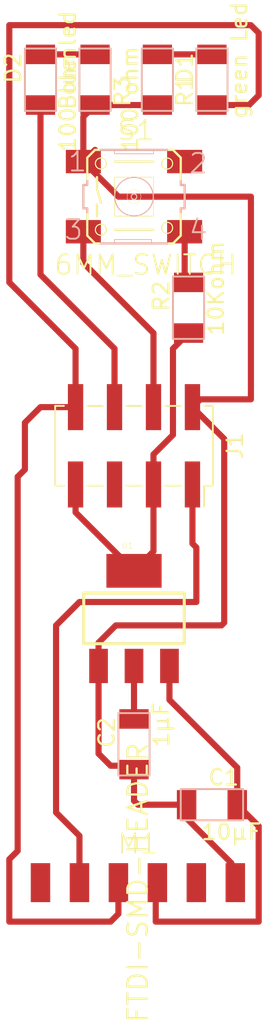
<source format=kicad_pcb>
(kicad_pcb (version 20171130) (host pcbnew "(5.1.9)-1")

  (general
    (thickness 1.6)
    (drawings 5)
    (tracks 80)
    (zones 0)
    (modules 11)
    (nets 15)
  )

  (page A4)
  (layers
    (0 F.Cu signal)
    (31 B.Cu signal)
    (32 B.Adhes user)
    (33 F.Adhes user)
    (34 B.Paste user)
    (35 F.Paste user)
    (36 B.SilkS user)
    (37 F.SilkS user)
    (38 B.Mask user)
    (39 F.Mask user)
    (40 Dwgs.User user)
    (41 Cmts.User user)
    (42 Eco1.User user)
    (43 Eco2.User user)
    (44 Edge.Cuts user)
    (45 Margin user)
    (46 B.CrtYd user)
    (47 F.CrtYd user)
    (48 B.Fab user)
    (49 F.Fab user)
  )

  (setup
    (last_trace_width 0.4)
    (trace_clearance 0.4)
    (zone_clearance 0.508)
    (zone_45_only no)
    (trace_min 0.4)
    (via_size 0.8)
    (via_drill 0.4)
    (via_min_size 0.4)
    (via_min_drill 0.3)
    (uvia_size 0.3)
    (uvia_drill 0.1)
    (uvias_allowed no)
    (uvia_min_size 0.2)
    (uvia_min_drill 0.1)
    (edge_width 0.05)
    (segment_width 0.2)
    (pcb_text_width 0.3)
    (pcb_text_size 1.5 1.5)
    (mod_edge_width 0.12)
    (mod_text_size 1 1)
    (mod_text_width 0.15)
    (pad_size 1.524 1.524)
    (pad_drill 0.762)
    (pad_to_mask_clearance 0)
    (aux_axis_origin 0 0)
    (visible_elements 7FFFFFFF)
    (pcbplotparams
      (layerselection 0x010fc_ffffffff)
      (usegerberextensions false)
      (usegerberattributes true)
      (usegerberadvancedattributes true)
      (creategerberjobfile true)
      (excludeedgelayer true)
      (linewidth 0.100000)
      (plotframeref false)
      (viasonmask false)
      (mode 1)
      (useauxorigin false)
      (hpglpennumber 1)
      (hpglpenspeed 20)
      (hpglpendiameter 15.000000)
      (psnegative false)
      (psa4output false)
      (plotreference true)
      (plotvalue true)
      (plotinvisibletext false)
      (padsonsilk false)
      (subtractmaskfromsilk false)
      (outputformat 1)
      (mirror false)
      (drillshape 1)
      (scaleselection 1)
      (outputdirectory ""))
  )

  (net 0 "")
  (net 1 VCC)
  (net 2 gnd)
  (net 3 ch_pd\en)
  (net 4 "Net-(D1-Pad2)")
  (net 5 GP0)
  (net 6 "Net-(D2-Pad2)")
  (net 7 TX-GP1)
  (net 8 "Net-(M1-Pad6)")
  (net 9 RX-GP3)
  (net 10 "Net-(M1-Pad2)")
  (net 11 "Net-(R2-Pad2)")
  (net 12 GP2)
  (net 13 "Net-(S1-Pad2)")
  (net 14 rst)

  (net_class Default "This is the default net class."
    (clearance 0.4)
    (trace_width 0.4)
    (via_dia 0.8)
    (via_drill 0.4)
    (uvia_dia 0.3)
    (uvia_drill 0.1)
    (add_net GP0)
    (add_net GP2)
    (add_net "Net-(D1-Pad2)")
    (add_net "Net-(D2-Pad2)")
    (add_net "Net-(M1-Pad2)")
    (add_net "Net-(M1-Pad6)")
    (add_net "Net-(R2-Pad2)")
    (add_net "Net-(S1-Pad2)")
    (add_net RX-GP3)
    (add_net TX-GP1)
    (add_net VCC)
    (add_net ch_pd\en)
    (add_net gnd)
    (add_net rst)
  )

  (module Connector_PinSocket_2.54mm:PinSocket_2x04_P2.54mm_Vertical_SMD (layer F.Cu) (tedit 5A19A42A) (tstamp 604ECD5B)
    (at 147.32 75.164 270)
    (descr "surface-mounted straight socket strip, 2x04, 2.54mm pitch, double cols (from Kicad 4.0.7), script generated")
    (tags "Surface mounted socket strip SMD 2x04 2.54mm double row")
    (path /604D2E3D)
    (attr smd)
    (fp_text reference J1 (at 0 -6.58 90) (layer F.SilkS)
      (effects (font (size 1 1) (thickness 0.15)))
    )
    (fp_text value Conn_02x04_Odd_Even (at 0 6.58 90) (layer F.Fab)
      (effects (font (size 1 1) (thickness 0.15)))
    )
    (fp_line (start -4.55 5.6) (end -4.55 -5.6) (layer F.CrtYd) (width 0.05))
    (fp_line (start 4.5 5.6) (end -4.55 5.6) (layer F.CrtYd) (width 0.05))
    (fp_line (start 4.5 -5.6) (end 4.5 5.6) (layer F.CrtYd) (width 0.05))
    (fp_line (start -4.55 -5.6) (end 4.5 -5.6) (layer F.CrtYd) (width 0.05))
    (fp_line (start 3.92 4.13) (end 2.54 4.13) (layer F.Fab) (width 0.1))
    (fp_line (start 3.92 3.49) (end 3.92 4.13) (layer F.Fab) (width 0.1))
    (fp_line (start 2.54 3.49) (end 3.92 3.49) (layer F.Fab) (width 0.1))
    (fp_line (start -3.92 4.13) (end -3.92 3.49) (layer F.Fab) (width 0.1))
    (fp_line (start -2.54 4.13) (end -3.92 4.13) (layer F.Fab) (width 0.1))
    (fp_line (start -3.92 3.49) (end -2.54 3.49) (layer F.Fab) (width 0.1))
    (fp_line (start 3.92 1.59) (end 2.54 1.59) (layer F.Fab) (width 0.1))
    (fp_line (start 3.92 0.95) (end 3.92 1.59) (layer F.Fab) (width 0.1))
    (fp_line (start 2.54 0.95) (end 3.92 0.95) (layer F.Fab) (width 0.1))
    (fp_line (start -3.92 1.59) (end -3.92 0.95) (layer F.Fab) (width 0.1))
    (fp_line (start -2.54 1.59) (end -3.92 1.59) (layer F.Fab) (width 0.1))
    (fp_line (start -3.92 0.95) (end -2.54 0.95) (layer F.Fab) (width 0.1))
    (fp_line (start 3.92 -0.95) (end 2.54 -0.95) (layer F.Fab) (width 0.1))
    (fp_line (start 3.92 -1.59) (end 3.92 -0.95) (layer F.Fab) (width 0.1))
    (fp_line (start 2.54 -1.59) (end 3.92 -1.59) (layer F.Fab) (width 0.1))
    (fp_line (start -3.92 -0.95) (end -3.92 -1.59) (layer F.Fab) (width 0.1))
    (fp_line (start -2.54 -0.95) (end -3.92 -0.95) (layer F.Fab) (width 0.1))
    (fp_line (start -3.92 -1.59) (end -2.54 -1.59) (layer F.Fab) (width 0.1))
    (fp_line (start 3.92 -3.49) (end 2.54 -3.49) (layer F.Fab) (width 0.1))
    (fp_line (start 3.92 -4.13) (end 3.92 -3.49) (layer F.Fab) (width 0.1))
    (fp_line (start 2.54 -4.13) (end 3.92 -4.13) (layer F.Fab) (width 0.1))
    (fp_line (start -3.92 -3.49) (end -3.92 -4.13) (layer F.Fab) (width 0.1))
    (fp_line (start -2.54 -3.49) (end -3.92 -3.49) (layer F.Fab) (width 0.1))
    (fp_line (start -3.92 -4.13) (end -2.54 -4.13) (layer F.Fab) (width 0.1))
    (fp_line (start -2.54 5.08) (end -2.54 -5.08) (layer F.Fab) (width 0.1))
    (fp_line (start 2.54 5.08) (end -2.54 5.08) (layer F.Fab) (width 0.1))
    (fp_line (start 2.54 -4.08) (end 2.54 5.08) (layer F.Fab) (width 0.1))
    (fp_line (start 1.54 -5.08) (end 2.54 -4.08) (layer F.Fab) (width 0.1))
    (fp_line (start -2.54 -5.08) (end 1.54 -5.08) (layer F.Fab) (width 0.1))
    (fp_line (start 2.6 -4.57) (end 3.96 -4.57) (layer F.SilkS) (width 0.12))
    (fp_line (start -2.6 4.57) (end -2.6 5.14) (layer F.SilkS) (width 0.12))
    (fp_line (start -2.6 2.03) (end -2.6 3.05) (layer F.SilkS) (width 0.12))
    (fp_line (start -2.6 -0.51) (end -2.6 0.51) (layer F.SilkS) (width 0.12))
    (fp_line (start -2.6 -3.05) (end -2.6 -2.03) (layer F.SilkS) (width 0.12))
    (fp_line (start -2.6 -5.14) (end -2.6 -4.57) (layer F.SilkS) (width 0.12))
    (fp_line (start -2.6 5.14) (end 2.6 5.14) (layer F.SilkS) (width 0.12))
    (fp_line (start 2.6 4.57) (end 2.6 5.14) (layer F.SilkS) (width 0.12))
    (fp_line (start 2.6 2.03) (end 2.6 3.05) (layer F.SilkS) (width 0.12))
    (fp_line (start 2.6 -0.51) (end 2.6 0.51) (layer F.SilkS) (width 0.12))
    (fp_line (start 2.6 -3.05) (end 2.6 -2.03) (layer F.SilkS) (width 0.12))
    (fp_line (start 2.6 -5.14) (end 2.6 -4.57) (layer F.SilkS) (width 0.12))
    (fp_line (start -2.6 -5.14) (end 2.6 -5.14) (layer F.SilkS) (width 0.12))
    (fp_text user %R (at 0 0) (layer F.Fab)
      (effects (font (size 1 1) (thickness 0.15)))
    )
    (pad 8 smd rect (at -2.52 3.81 270) (size 3 1) (layers F.Cu F.Paste F.Mask)
      (net 9 RX-GP3))
    (pad 7 smd rect (at 2.52 3.81 270) (size 3 1) (layers F.Cu F.Paste F.Mask)
      (net 3 ch_pd\en))
    (pad 6 smd rect (at -2.52 1.27 270) (size 3 1) (layers F.Cu F.Paste F.Mask)
      (net 5 GP0))
    (pad 5 smd rect (at 2.52 1.27 270) (size 3 1) (layers F.Cu F.Paste F.Mask)
      (net 14 rst))
    (pad 4 smd rect (at -2.52 -1.27 270) (size 3 1) (layers F.Cu F.Paste F.Mask)
      (net 12 GP2))
    (pad 3 smd rect (at 2.52 -1.27 270) (size 3 1) (layers F.Cu F.Paste F.Mask)
      (net 3 ch_pd\en))
    (pad 2 smd rect (at -2.52 -3.81 270) (size 3 1) (layers F.Cu F.Paste F.Mask)
      (net 2 gnd))
    (pad 1 smd rect (at 2.52 -3.81 270) (size 3 1) (layers F.Cu F.Paste F.Mask)
      (net 7 TX-GP1))
    (model ${KISYS3DMOD}/Connector_PinSocket_2.54mm.3dshapes/PinSocket_2x04_P2.54mm_Vertical_SMD.wrl
      (at (xyz 0 0 0))
      (scale (xyz 1 1 1))
      (rotate (xyz 0 0 0))
    )
  )

  (module fab:fab-SOT223 (layer F.Cu) (tedit 5E6F6C42) (tstamp 604E69BD)
    (at 147.32 86.411)
    (descr <b>SOT-223</b>)
    (path /604C66D6)
    (fp_text reference U1 (at -0.8255 -4.5085) (layer F.SilkS)
      (effects (font (size 0.38608 0.38608) (thickness 0.030886)) (justify left bottom))
    )
    (fp_text value VOLTAGE-REGULATOR-SOT223 (at -1.0795 0.1905) (layer F.Fab)
      (effects (font (size 0.38608 0.38608) (thickness 0.030886)) (justify left bottom))
    )
    (fp_poly (pts (xy 1.8796 3.6576) (xy 2.7432 3.6576) (xy 2.7432 1.8034) (xy 1.8796 1.8034)) (layer F.Fab) (width 0))
    (fp_poly (pts (xy -2.7432 3.6576) (xy -1.8796 3.6576) (xy -1.8796 1.8034) (xy -2.7432 1.8034)) (layer F.Fab) (width 0))
    (fp_poly (pts (xy -0.4318 3.6576) (xy 0.4318 3.6576) (xy 0.4318 1.8034) (xy -0.4318 1.8034)) (layer F.Fab) (width 0))
    (fp_poly (pts (xy -1.6002 -1.8034) (xy 1.6002 -1.8034) (xy 1.6002 -3.6576) (xy -1.6002 -3.6576)) (layer F.Fab) (width 0))
    (fp_poly (pts (xy 1.8796 3.6576) (xy 2.7432 3.6576) (xy 2.7432 1.8034) (xy 1.8796 1.8034)) (layer F.Fab) (width 0))
    (fp_poly (pts (xy -2.7432 3.6576) (xy -1.8796 3.6576) (xy -1.8796 1.8034) (xy -2.7432 1.8034)) (layer F.Fab) (width 0))
    (fp_poly (pts (xy -0.4318 3.6576) (xy 0.4318 3.6576) (xy 0.4318 1.8034) (xy -0.4318 1.8034)) (layer F.Fab) (width 0))
    (fp_poly (pts (xy -1.6002 -1.8034) (xy 1.6002 -1.8034) (xy 1.6002 -3.6576) (xy -1.6002 -3.6576)) (layer F.Fab) (width 0))
    (fp_line (start -3.2766 -1.651) (end 3.2766 -1.651) (layer F.SilkS) (width 0.2032))
    (fp_line (start -3.2766 1.651) (end -3.2766 -1.651) (layer F.SilkS) (width 0.2032))
    (fp_line (start 3.2766 1.651) (end -3.2766 1.651) (layer F.SilkS) (width 0.2032))
    (fp_line (start 3.2766 -1.651) (end 3.2766 1.651) (layer F.SilkS) (width 0.2032))
    (pad 2 smd rect (at 0 -3.099) (size 3.6 2.2) (layers F.Cu F.Paste F.Mask)
      (net 3 ch_pd\en) (solder_mask_margin 0.1016))
    (pad 3 smd rect (at 2.3114 3.0988) (size 1.2192 2.2352) (layers F.Cu F.Paste F.Mask)
      (net 1 VCC) (solder_mask_margin 0.1016))
    (pad 2 smd rect (at 0 3.0988) (size 1.2192 2.2352) (layers F.Cu F.Paste F.Mask)
      (net 3 ch_pd\en) (solder_mask_margin 0.1016))
    (pad 1 smd rect (at -2.3114 3.0988) (size 1.2192 2.2352) (layers F.Cu F.Paste F.Mask)
      (net 2 gnd) (solder_mask_margin 0.1016))
  )

  (module fab:fab-6MM_SWITCH (layer F.Cu) (tedit 200000) (tstamp 604E69A9)
    (at 147.32 58.928)
    (descr "OMRON SWITCH")
    (tags "OMRON SWITCH")
    (path /604C52E2)
    (attr smd)
    (fp_text reference S1 (at 0.127 -4.318) (layer F.SilkS)
      (effects (font (size 1.27 1.27) (thickness 0.127)))
    )
    (fp_text value 6MM_SWITCH (at 0.762 4.445) (layer F.SilkS)
      (effects (font (size 1.27 1.27) (thickness 0.127)))
    )
    (fp_circle (center 0 0) (end -0.127 0.127) (layer B.SilkS) (width 0.0762))
    (fp_circle (center 0 0) (end -0.3175 0.3175) (layer F.SilkS) (width 0.0254))
    (fp_circle (center -2.159 -2.159) (end -2.413 -2.413) (layer F.SilkS) (width 0.0762))
    (fp_circle (center 2.159 -2.159) (end 2.413 -2.413) (layer F.SilkS) (width 0.0762))
    (fp_circle (center 2.159 2.032) (end 2.413 2.286) (layer F.SilkS) (width 0.0762))
    (fp_circle (center -2.159 2.159) (end -2.413 2.413) (layer F.SilkS) (width 0.0762))
    (fp_circle (center 0 0) (end -0.889 0.889) (layer B.SilkS) (width 0.0762))
    (fp_line (start -2.413 -0.508) (end -2.159 0.381) (layer F.SilkS) (width 0.1524))
    (fp_line (start -2.413 0.508) (end -2.413 1.27) (layer F.SilkS) (width 0.1524))
    (fp_line (start -2.413 -1.27) (end -2.413 -0.508) (layer F.SilkS) (width 0.1524))
    (fp_line (start 1.27 -2.286) (end -1.27 -2.286) (layer F.SilkS) (width 0.1524))
    (fp_line (start -1.27 2.159) (end 1.27 2.159) (layer F.SilkS) (width 0.1524))
    (fp_line (start -3.048 -0.762) (end -3.048 -1.016) (layer B.SilkS) (width 0.1524))
    (fp_line (start -3.048 0.762) (end -3.048 1.016) (layer B.SilkS) (width 0.1524))
    (fp_line (start 3.048 -0.762) (end 3.048 -1.016) (layer B.SilkS) (width 0.1524))
    (fp_line (start 3.048 0.762) (end 3.048 1.016) (layer B.SilkS) (width 0.1524))
    (fp_line (start 1.143 3.048) (end 2.159 3.048) (layer B.SilkS) (width 0.1524))
    (fp_line (start -1.27 3.048) (end 1.143 3.048) (layer B.SilkS) (width 0.1524))
    (fp_line (start -1.27 -3.048) (end -2.159 -3.048) (layer B.SilkS) (width 0.1524))
    (fp_line (start 1.27 -3.048) (end -1.27 -3.048) (layer B.SilkS) (width 0.1524))
    (fp_line (start 2.159 -3.048) (end 1.27 -3.048) (layer B.SilkS) (width 0.1524))
    (fp_line (start 2.54 -3.048) (end 2.159 -3.048) (layer F.SilkS) (width 0.1524))
    (fp_line (start -2.54 -3.048) (end -2.159 -3.048) (layer F.SilkS) (width 0.1524))
    (fp_line (start -2.159 3.048) (end -1.27 3.048) (layer B.SilkS) (width 0.1524))
    (fp_line (start -2.54 3.048) (end -2.159 3.048) (layer F.SilkS) (width 0.1524))
    (fp_line (start 2.54 3.048) (end 2.159 3.048) (layer F.SilkS) (width 0.1524))
    (fp_line (start -1.27 2.794) (end -1.27 3.048) (layer B.SilkS) (width 0.0508))
    (fp_line (start 1.143 2.794) (end 1.143 3.048) (layer B.SilkS) (width 0.0508))
    (fp_line (start 1.143 2.794) (end -1.27 2.794) (layer B.SilkS) (width 0.0508))
    (fp_line (start 1.27 -2.794) (end 1.27 -3.048) (layer B.SilkS) (width 0.0508))
    (fp_line (start 1.27 -2.794) (end -1.27 -2.794) (layer B.SilkS) (width 0.0508))
    (fp_line (start -1.27 -3.048) (end -1.27 -2.794) (layer B.SilkS) (width 0.0508))
    (fp_line (start -1.27 -1.27) (end 1.27 -1.27) (layer F.SilkS) (width 0.0508))
    (fp_line (start 1.27 1.27) (end 1.27 -1.27) (layer F.SilkS) (width 0.0508))
    (fp_line (start 1.27 1.27) (end -1.27 1.27) (layer F.SilkS) (width 0.0508))
    (fp_line (start -1.27 -1.27) (end -1.27 1.27) (layer F.SilkS) (width 0.0508))
    (fp_line (start -3.048 2.54) (end -3.048 1.016) (layer F.SilkS) (width 0.1524))
    (fp_line (start -2.54 3.048) (end -3.048 2.54) (layer F.SilkS) (width 0.1524))
    (fp_line (start -3.048 -2.54) (end -3.048 -1.016) (layer F.SilkS) (width 0.1524))
    (fp_line (start -2.54 -3.048) (end -3.048 -2.54) (layer F.SilkS) (width 0.1524))
    (fp_line (start 3.048 2.54) (end 3.048 1.016) (layer F.SilkS) (width 0.1524))
    (fp_line (start 2.54 3.048) (end 3.048 2.54) (layer F.SilkS) (width 0.1524))
    (fp_line (start 3.048 -2.54) (end 2.54 -3.048) (layer F.SilkS) (width 0.1524))
    (fp_line (start -3.048 0.762) (end -3.302 0.762) (layer B.SilkS) (width 0.1524))
    (fp_line (start -3.302 -0.762) (end -3.302 0.762) (layer B.SilkS) (width 0.1524))
    (fp_line (start -3.302 -0.762) (end -3.048 -0.762) (layer B.SilkS) (width 0.1524))
    (fp_line (start 3.048 -1.016) (end 3.048 -2.54) (layer F.SilkS) (width 0.1524))
    (fp_line (start 3.048 -0.762) (end 3.302 -0.762) (layer B.SilkS) (width 0.1524))
    (fp_line (start 3.302 0.762) (end 3.302 -0.762) (layer B.SilkS) (width 0.1524))
    (fp_line (start 3.302 0.762) (end 3.048 0.762) (layer B.SilkS) (width 0.1524))
    (fp_text user 4 (at 4.191 2.159) (layer B.SilkS)
      (effects (font (size 1.27 1.27) (thickness 0.127)))
    )
    (fp_text user 3 (at -3.937 2.159) (layer B.SilkS)
      (effects (font (size 1.27 1.27) (thickness 0.127)))
    )
    (fp_text user 2 (at 4.191 -2.159) (layer B.SilkS)
      (effects (font (size 1.27 1.27) (thickness 0.127)))
    )
    (fp_text user 1 (at -3.683 -2.286) (layer B.SilkS)
      (effects (font (size 1.27 1.27) (thickness 0.127)))
    )
    (pad 4 smd rect (at 3.302 2.286) (size 2.286 1.524) (layers F.Cu F.Paste F.Mask)
      (net 11 "Net-(R2-Pad2)"))
    (pad 3 smd rect (at -3.302 2.286) (size 2.286 1.524) (layers F.Cu F.Paste F.Mask)
      (net 12 GP2))
    (pad 2 smd rect (at 3.302 -2.286) (size 2.286 1.524) (layers F.Cu F.Paste F.Mask)
      (net 13 "Net-(S1-Pad2)"))
    (pad 1 smd rect (at -3.302 -2.286) (size 2.286 1.524) (layers F.Cu F.Paste F.Mask)
      (net 2 gnd))
  )

  (module fab:fab-R1206FAB (layer F.Cu) (tedit 200000) (tstamp 604E696B)
    (at 144.78 51.308 270)
    (path /604F0567)
    (attr smd)
    (fp_text reference R3 (at 0.762 -1.778 90) (layer F.SilkS)
      (effects (font (size 1.016 1.016) (thickness 0.1524)))
    )
    (fp_text value "100 ohm" (at 1.27 1.778 90) (layer F.SilkS)
      (effects (font (size 1.016 1.016) (thickness 0.1524)))
    )
    (fp_line (start -2.032 1.016) (end -2.032 -1.016) (layer B.SilkS) (width 0.127))
    (fp_line (start 2.032 1.016) (end -2.032 1.016) (layer B.SilkS) (width 0.127))
    (fp_line (start 2.032 -1.016) (end 2.032 1.016) (layer B.SilkS) (width 0.127))
    (fp_line (start -2.032 -1.016) (end 2.032 -1.016) (layer B.SilkS) (width 0.127))
    (pad 2 smd rect (at 1.651 0 270) (size 1.27 1.905) (layers F.Cu F.Paste F.Mask)
      (net 2 gnd))
    (pad 1 smd rect (at -1.651 0 270) (size 1.27 1.905) (layers F.Cu F.Paste F.Mask)
      (net 6 "Net-(D2-Pad2)"))
  )

  (module fab:fab-R1206FAB (layer F.Cu) (tedit 200000) (tstamp 604E6961)
    (at 150.876 66.167 90)
    (path /604D05EB)
    (attr smd)
    (fp_text reference R2 (at 0.762 -1.778 90) (layer F.SilkS)
      (effects (font (size 1.016 1.016) (thickness 0.1524)))
    )
    (fp_text value 10Kohm (at 1.27 1.778 90) (layer F.SilkS)
      (effects (font (size 1.016 1.016) (thickness 0.1524)))
    )
    (fp_line (start -2.032 1.016) (end -2.032 -1.016) (layer B.SilkS) (width 0.127))
    (fp_line (start 2.032 1.016) (end -2.032 1.016) (layer B.SilkS) (width 0.127))
    (fp_line (start 2.032 -1.016) (end 2.032 1.016) (layer B.SilkS) (width 0.127))
    (fp_line (start -2.032 -1.016) (end 2.032 -1.016) (layer B.SilkS) (width 0.127))
    (pad 2 smd rect (at 1.651 0 90) (size 1.27 1.905) (layers F.Cu F.Paste F.Mask)
      (net 11 "Net-(R2-Pad2)"))
    (pad 1 smd rect (at -1.651 0 90) (size 1.27 1.905) (layers F.Cu F.Paste F.Mask)
      (net 3 ch_pd\en))
  )

  (module fab:fab-R1206FAB (layer F.Cu) (tedit 200000) (tstamp 604E6957)
    (at 148.844 51.308 270)
    (path /604D5EA3)
    (attr smd)
    (fp_text reference R1 (at 0.762 -1.778 90) (layer F.SilkS)
      (effects (font (size 1.016 1.016) (thickness 0.1524)))
    )
    (fp_text value "100 ohm" (at 1.27 1.778 90) (layer F.SilkS)
      (effects (font (size 1.016 1.016) (thickness 0.1524)))
    )
    (fp_line (start -2.032 1.016) (end -2.032 -1.016) (layer B.SilkS) (width 0.127))
    (fp_line (start 2.032 1.016) (end -2.032 1.016) (layer B.SilkS) (width 0.127))
    (fp_line (start 2.032 -1.016) (end 2.032 1.016) (layer B.SilkS) (width 0.127))
    (fp_line (start -2.032 -1.016) (end 2.032 -1.016) (layer B.SilkS) (width 0.127))
    (pad 2 smd rect (at 1.651 0 270) (size 1.27 1.905) (layers F.Cu F.Paste F.Mask)
      (net 2 gnd))
    (pad 1 smd rect (at -1.651 0 270) (size 1.27 1.905) (layers F.Cu F.Paste F.Mask)
      (net 4 "Net-(D1-Pad2)"))
  )

  (module fab:fab-1X06SMD (layer F.Cu) (tedit 200000) (tstamp 604E694D)
    (at 147.574 103.632 270)
    (path /604D1813)
    (attr smd)
    (fp_text reference M1 (at -2.54 0) (layer F.SilkS)
      (effects (font (size 1.27 1.27) (thickness 0.1016)))
    )
    (fp_text value FTDI-SMD-HEADER (at 0 0 90) (layer F.SilkS)
      (effects (font (size 1.27 1.27) (thickness 0.15)))
    )
    (pad 6 smd rect (at 0 6.35 270) (size 2.54 1.27) (layers F.Cu F.Paste F.Mask)
      (net 8 "Net-(M1-Pad6)"))
    (pad 5 smd rect (at 0 3.81 270) (size 2.54 1.27) (layers F.Cu F.Paste F.Mask)
      (net 7 TX-GP1))
    (pad 4 smd rect (at 0 1.27 270) (size 2.54 1.27) (layers F.Cu F.Paste F.Mask)
      (net 9 RX-GP3))
    (pad 3 smd rect (at 0 -1.27 270) (size 2.54 1.27) (layers F.Cu F.Paste F.Mask)
      (net 1 VCC))
    (pad 2 smd rect (at 0 -3.81 270) (size 2.54 1.27) (layers F.Cu F.Paste F.Mask)
      (net 10 "Net-(M1-Pad2)"))
    (pad 1 smd rect (at 0 -6.35 270) (size 2.54 1.27) (layers F.Cu F.Paste F.Mask)
      (net 2 gnd))
  )

  (module fab:fab-LED1206FAB (layer F.Cu) (tedit 200000) (tstamp 604E6943)
    (at 141.224 51.308 90)
    (descr "LED1206 FAB STYLE (SMALLER PADS TO ALLOW TRACE BETWEEN)")
    (tags "LED1206 FAB STYLE (SMALLER PADS TO ALLOW TRACE BETWEEN)")
    (path /604F0561)
    (attr smd)
    (fp_text reference D2 (at 0.762 -1.778 90) (layer F.SilkS)
      (effects (font (size 1.016 1.016) (thickness 0.1524)))
    )
    (fp_text value "Blue led" (at 1.27 1.778 90) (layer F.SilkS)
      (effects (font (size 1.016 1.016) (thickness 0.1524)))
    )
    (fp_line (start -2.032 1.016) (end -2.032 -1.016) (layer B.SilkS) (width 0.127))
    (fp_line (start 2.032 1.016) (end -2.032 1.016) (layer B.SilkS) (width 0.127))
    (fp_line (start 2.032 -1.016) (end 2.032 1.016) (layer B.SilkS) (width 0.127))
    (fp_line (start -2.032 -1.016) (end 2.032 -1.016) (layer B.SilkS) (width 0.127))
    (pad 2 smd rect (at 1.651 0 90) (size 1.27 1.905) (layers F.Cu F.Paste F.Mask)
      (net 6 "Net-(D2-Pad2)"))
    (pad 1 smd rect (at -1.651 0 90) (size 1.27 1.905) (layers F.Cu F.Paste F.Mask)
      (net 5 GP0))
  )

  (module fab:fab-LED1206FAB (layer F.Cu) (tedit 200000) (tstamp 604E6939)
    (at 152.4 51.308 90)
    (descr "LED1206 FAB STYLE (SMALLER PADS TO ALLOW TRACE BETWEEN)")
    (tags "LED1206 FAB STYLE (SMALLER PADS TO ALLOW TRACE BETWEEN)")
    (path /604CFCBD)
    (attr smd)
    (fp_text reference D1 (at 0.762 -1.778 90) (layer F.SilkS)
      (effects (font (size 1.016 1.016) (thickness 0.1524)))
    )
    (fp_text value "green Led" (at 1.27 1.778 90) (layer F.SilkS)
      (effects (font (size 1.016 1.016) (thickness 0.1524)))
    )
    (fp_line (start -2.032 1.016) (end -2.032 -1.016) (layer B.SilkS) (width 0.127))
    (fp_line (start 2.032 1.016) (end -2.032 1.016) (layer B.SilkS) (width 0.127))
    (fp_line (start 2.032 -1.016) (end 2.032 1.016) (layer B.SilkS) (width 0.127))
    (fp_line (start -2.032 -1.016) (end 2.032 -1.016) (layer B.SilkS) (width 0.127))
    (pad 2 smd rect (at 1.651 0 90) (size 1.27 1.905) (layers F.Cu F.Paste F.Mask)
      (net 4 "Net-(D1-Pad2)"))
    (pad 1 smd rect (at -1.651 0 90) (size 1.27 1.905) (layers F.Cu F.Paste F.Mask)
      (net 9 RX-GP3))
  )

  (module fab:fab-C1206FAB (layer F.Cu) (tedit 200000) (tstamp 604E692F)
    (at 147.32 94.615 90)
    (path /604CDD20)
    (attr smd)
    (fp_text reference C2 (at 0.762 -1.778 90) (layer F.SilkS)
      (effects (font (size 1.016 1.016) (thickness 0.1524)))
    )
    (fp_text value 1µF (at 1.27 1.778 90) (layer F.SilkS)
      (effects (font (size 1.016 1.016) (thickness 0.1524)))
    )
    (fp_line (start -2.032 1.016) (end -2.032 -1.016) (layer B.SilkS) (width 0.127))
    (fp_line (start 2.032 1.016) (end -2.032 1.016) (layer B.SilkS) (width 0.127))
    (fp_line (start 2.032 -1.016) (end 2.032 1.016) (layer B.SilkS) (width 0.127))
    (fp_line (start -2.032 -1.016) (end 2.032 -1.016) (layer B.SilkS) (width 0.127))
    (pad 2 smd rect (at 1.651 0 90) (size 1.27 1.905) (layers F.Cu F.Paste F.Mask)
      (net 3 ch_pd\en))
    (pad 1 smd rect (at -1.651 0 90) (size 1.27 1.905) (layers F.Cu F.Paste F.Mask)
      (net 2 gnd))
  )

  (module fab:fab-C1206FAB (layer F.Cu) (tedit 200000) (tstamp 604E6925)
    (at 152.4 98.552)
    (path /604CB327)
    (attr smd)
    (fp_text reference C1 (at 0.762 -1.778) (layer F.SilkS)
      (effects (font (size 1.016 1.016) (thickness 0.1524)))
    )
    (fp_text value 10µF (at 1.27 1.778) (layer F.SilkS)
      (effects (font (size 1.016 1.016) (thickness 0.1524)))
    )
    (fp_line (start -2.032 1.016) (end -2.032 -1.016) (layer B.SilkS) (width 0.127))
    (fp_line (start 2.032 1.016) (end -2.032 1.016) (layer B.SilkS) (width 0.127))
    (fp_line (start 2.032 -1.016) (end 2.032 1.016) (layer B.SilkS) (width 0.127))
    (fp_line (start -2.032 -1.016) (end 2.032 -1.016) (layer B.SilkS) (width 0.127))
    (pad 2 smd rect (at 1.651 0) (size 1.27 1.905) (layers F.Cu F.Paste F.Mask)
      (net 1 VCC))
    (pad 1 smd rect (at -1.651 0) (size 1.27 1.905) (layers F.Cu F.Paste F.Mask)
      (net 2 gnd))
  )

  (gr_line (start 140.208 94.996) (end 140.208 95.504) (layer Dwgs.User) (width 0.15))
  (gr_line (start 155.208 95.504) (end 140.208 95.504) (layer Dwgs.User) (width 0.15))
  (gr_line (start 140.208 70.612) (end 140.208 94.996) (layer Dwgs.User) (width 0.15))
  (gr_line (start 155.208 70.612) (end 155.208 95.612) (layer Dwgs.User) (width 0.15))
  (gr_line (start 140.208 70.612) (end 155.208 70.612) (layer Dwgs.User) (width 0.15))

  (segment (start 149.6314 89.5098) (end 149.6314 91.7194) (width 0.4) (layer F.Cu) (net 1))
  (segment (start 154.051 96.139) (end 154.051 98.552) (width 0.4) (layer F.Cu) (net 1))
  (segment (start 149.6314 91.7194) (end 154.051 96.139) (width 0.4) (layer F.Cu) (net 1))
  (segment (start 155.448 99.949) (end 154.051 98.552) (width 0.4) (layer F.Cu) (net 1))
  (segment (start 155.448 106.172) (end 155.448 99.949) (width 0.4) (layer F.Cu) (net 1))
  (segment (start 148.736 106.172) (end 155.448 106.172) (width 0.4) (layer F.Cu) (net 1))
  (segment (start 148.736 103.74) (end 148.844 103.632) (width 0.4) (layer F.Cu) (net 1))
  (segment (start 148.736 106.172) (end 148.736 103.74) (width 0.4) (layer F.Cu) (net 1))
  (segment (start 148.844 52.959) (end 144.78 52.959) (width 0.4) (layer F.Cu) (net 2))
  (segment (start 144.78 55.88) (end 144.018 56.642) (width 0.4) (layer F.Cu) (net 2))
  (segment (start 146.304 58.928) (end 154.94 58.928) (width 0.4) (layer F.Cu) (net 2))
  (segment (start 144.018 56.642) (end 146.304 58.928) (width 0.4) (layer F.Cu) (net 2))
  (segment (start 153.67 104.648) (end 153.67 102.362) (width 0.4) (layer F.Cu) (net 2))
  (segment (start 150.749 99.441) (end 150.749 98.552) (width 0.4) (layer F.Cu) (net 2))
  (segment (start 153.67 102.362) (end 150.749 99.441) (width 0.4) (layer F.Cu) (net 2))
  (segment (start 147.574 98.552) (end 147.32 98.298) (width 0.4) (layer F.Cu) (net 2))
  (segment (start 150.749 98.552) (end 147.574 98.552) (width 0.4) (layer F.Cu) (net 2))
  (segment (start 144.018 53.721) (end 144.78 52.959) (width 0.4) (layer F.Cu) (net 2))
  (segment (start 144.018 56.642) (end 144.018 53.721) (width 0.4) (layer F.Cu) (net 2))
  (segment (start 151.638 72.136) (end 151.13 72.644) (width 0.4) (layer F.Cu) (net 2))
  (segment (start 154.94 72.136) (end 151.638 72.136) (width 0.4) (layer F.Cu) (net 2))
  (segment (start 154.94 58.928) (end 154.94 72.136) (width 0.4) (layer F.Cu) (net 2))
  (segment (start 147.828 98.552) (end 150.749 98.552) (width 0.4) (layer F.Cu) (net 2))
  (segment (start 147.32 98.298) (end 147.32 96.266) (width 0.4) (layer F.Cu) (net 2))
  (segment (start 145.0086 95.2246) (end 145.796 96.012) (width 0.4) (layer F.Cu) (net 2))
  (segment (start 145.0086 89.5098) (end 145.0086 95.2246) (width 0.4) (layer F.Cu) (net 2))
  (segment (start 147.066 96.012) (end 147.32 96.266) (width 0.4) (layer F.Cu) (net 2))
  (segment (start 145.796 96.012) (end 147.066 96.012) (width 0.4) (layer F.Cu) (net 2))
  (segment (start 145.0086 87.9922) (end 145.0086 89.5098) (width 0.4) (layer F.Cu) (net 2))
  (segment (start 153.023384 86.868) (end 146.1328 86.868) (width 0.4) (layer F.Cu) (net 2))
  (segment (start 153.20001 86.691374) (end 153.023384 86.868) (width 0.4) (layer F.Cu) (net 2))
  (segment (start 146.1328 86.868) (end 145.0086 87.9922) (width 0.4) (layer F.Cu) (net 2))
  (segment (start 153.20001 74.71401) (end 153.20001 86.691374) (width 0.4) (layer F.Cu) (net 2))
  (segment (start 151.13 72.644) (end 153.20001 74.71401) (width 0.4) (layer F.Cu) (net 2))
  (segment (start 148.59 82.042) (end 147.32 83.312) (width 0.4) (layer F.Cu) (net 3))
  (segment (start 148.59 77.684) (end 148.59 82.042) (width 0.4) (layer F.Cu) (net 3))
  (segment (start 143.51 79.502) (end 147.32 83.312) (width 0.4) (layer F.Cu) (net 3))
  (segment (start 143.51 77.684) (end 143.51 79.502) (width 0.4) (layer F.Cu) (net 3))
  (segment (start 150.876 67.818) (end 149.86 68.834) (width 0.4) (layer F.Cu) (net 3))
  (segment (start 148.59 75.724002) (end 148.59 77.684) (width 0.4) (layer F.Cu) (net 3))
  (segment (start 149.86 74.454002) (end 148.59 75.724002) (width 0.4) (layer F.Cu) (net 3))
  (segment (start 149.86 68.834) (end 149.86 74.454002) (width 0.4) (layer F.Cu) (net 3))
  (segment (start 147.32 89.5098) (end 147.32 92.964) (width 0.4) (layer F.Cu) (net 3))
  (segment (start 148.844 49.657) (end 152.4 49.657) (width 0.4) (layer F.Cu) (net 4))
  (segment (start 141.224 64.008) (end 146.05 68.834) (width 0.4) (layer F.Cu) (net 5))
  (segment (start 146.05 68.834) (end 146.05 72.644) (width 0.4) (layer F.Cu) (net 5))
  (segment (start 141.224 64.008) (end 141.224 52.959) (width 0.4) (layer F.Cu) (net 5))
  (segment (start 141.224 49.657) (end 144.78 49.657) (width 0.4) (layer F.Cu) (net 6))
  (segment (start 143.51 102.87) (end 143.51 104.648) (width 0.4) (layer F.Cu) (net 7))
  (segment (start 143.764 100.584) (end 143.764 103.632) (width 0.4) (layer F.Cu) (net 7))
  (segment (start 142.24 86.868) (end 142.24 99.06) (width 0.4) (layer F.Cu) (net 7))
  (segment (start 143.764 85.344) (end 142.24 86.868) (width 0.4) (layer F.Cu) (net 7))
  (segment (start 151.384 85.344) (end 143.764 85.344) (width 0.4) (layer F.Cu) (net 7))
  (segment (start 151.384 81.788) (end 151.384 85.344) (width 0.4) (layer F.Cu) (net 7))
  (segment (start 151.13 81.534) (end 151.384 81.788) (width 0.4) (layer F.Cu) (net 7))
  (segment (start 142.24 99.06) (end 143.764 100.584) (width 0.4) (layer F.Cu) (net 7))
  (segment (start 151.13 77.684) (end 151.13 81.534) (width 0.4) (layer F.Cu) (net 7))
  (segment (start 143.51 68.834) (end 143.51 72.644) (width 0.4) (layer F.Cu) (net 9))
  (segment (start 139.192 64.516) (end 143.51 68.834) (width 0.4) (layer F.Cu) (net 9))
  (segment (start 139.192 47.752) (end 139.192 64.516) (width 0.4) (layer F.Cu) (net 9))
  (segment (start 154.94 47.752) (end 139.192 47.752) (width 0.4) (layer F.Cu) (net 9))
  (segment (start 155.448 48.26) (end 154.94 47.752) (width 0.4) (layer F.Cu) (net 9))
  (segment (start 155.448 52.324) (end 155.448 48.26) (width 0.4) (layer F.Cu) (net 9))
  (segment (start 154.813 52.959) (end 155.448 52.324) (width 0.4) (layer F.Cu) (net 9))
  (segment (start 152.4 52.959) (end 154.813 52.959) (width 0.4) (layer F.Cu) (net 9))
  (segment (start 139.192 106.172) (end 145.796 106.172) (width 0.4) (layer F.Cu) (net 9))
  (segment (start 139.734999 77.181001) (end 139.734999 101.565001) (width 0.4) (layer F.Cu) (net 9))
  (segment (start 140.208 76.708) (end 139.734999 77.181001) (width 0.4) (layer F.Cu) (net 9))
  (segment (start 139.734999 101.565001) (end 139.192 102.108) (width 0.4) (layer F.Cu) (net 9))
  (segment (start 140.208 73.66) (end 140.208 76.708) (width 0.4) (layer F.Cu) (net 9))
  (segment (start 141.224 72.644) (end 140.208 73.66) (width 0.4) (layer F.Cu) (net 9))
  (segment (start 139.192 102.108) (end 139.192 106.172) (width 0.4) (layer F.Cu) (net 9))
  (segment (start 143.51 72.644) (end 141.224 72.644) (width 0.4) (layer F.Cu) (net 9))
  (segment (start 145.796 106.172) (end 146.304 105.664) (width 0.4) (layer F.Cu) (net 9))
  (segment (start 146.304 105.664) (end 146.304 103.632) (width 0.4) (layer F.Cu) (net 9))
  (segment (start 150.622 64.262) (end 150.876 64.516) (width 0.4) (layer F.Cu) (net 11))
  (segment (start 150.622 61.214) (end 150.622 64.262) (width 0.4) (layer F.Cu) (net 11))
  (segment (start 144.018 61.214) (end 144.018 63.246) (width 0.4) (layer F.Cu) (net 12))
  (segment (start 144.018 63.246) (end 148.59 67.818) (width 0.4) (layer F.Cu) (net 12))
  (segment (start 148.59 67.818) (end 148.59 72.644) (width 0.4) (layer F.Cu) (net 12))

)

</source>
